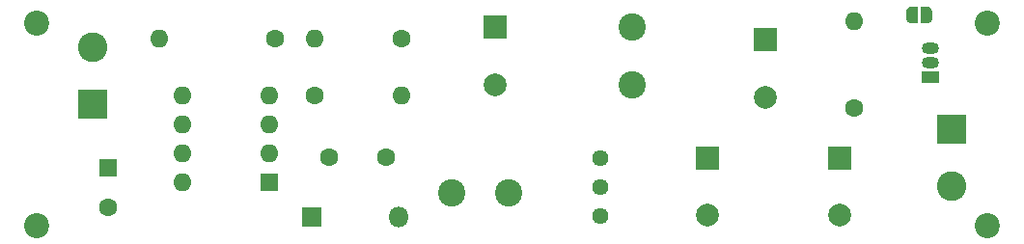
<source format=gts>
%TF.GenerationSoftware,KiCad,Pcbnew,(5.1.12)-1*%
%TF.CreationDate,2022-12-13T06:15:56+01:00*%
%TF.ProjectId,MC34063_invert,4d433334-3036-4335-9f69-6e766572742e,rev?*%
%TF.SameCoordinates,Original*%
%TF.FileFunction,Soldermask,Top*%
%TF.FilePolarity,Negative*%
%FSLAX46Y46*%
G04 Gerber Fmt 4.6, Leading zero omitted, Abs format (unit mm)*
G04 Created by KiCad (PCBNEW (5.1.12)-1) date 2022-12-13 06:15:56*
%MOMM*%
%LPD*%
G01*
G04 APERTURE LIST*
%ADD10C,1.600000*%
%ADD11O,1.800000X1.800000*%
%ADD12R,1.800000X1.800000*%
%ADD13C,2.600000*%
%ADD14R,2.600000X2.600000*%
%ADD15C,0.100000*%
%ADD16C,2.400000*%
%ADD17O,1.600000X1.600000*%
%ADD18C,1.440000*%
%ADD19R,1.600000X1.600000*%
%ADD20R,2.000000X2.000000*%
%ADD21C,2.000000*%
%ADD22C,2.200000*%
%ADD23R,1.500000X1.050000*%
%ADD24O,1.500000X1.050000*%
G04 APERTURE END LIST*
D10*
%TO.C,C2*%
X73200000Y-73400000D03*
X78200000Y-73400000D03*
%TD*%
D11*
%TO.C,D1*%
X79320000Y-78600000D03*
D12*
X71700000Y-78600000D03*
%TD*%
D13*
%TO.C,J1*%
X52500000Y-63700000D03*
D14*
X52500000Y-68700000D03*
%TD*%
%TO.C,J2*%
X127800000Y-70900000D03*
D13*
X127800000Y-75900000D03*
%TD*%
D15*
%TO.C,JP1*%
G36*
X124850000Y-61650000D02*
G01*
X124350000Y-61650000D01*
X124350000Y-61649398D01*
X124325466Y-61649398D01*
X124276635Y-61644588D01*
X124228510Y-61635016D01*
X124181555Y-61620772D01*
X124136222Y-61601995D01*
X124092949Y-61578864D01*
X124052150Y-61551604D01*
X124014221Y-61520476D01*
X123979524Y-61485779D01*
X123948396Y-61447850D01*
X123921136Y-61407051D01*
X123898005Y-61363778D01*
X123879228Y-61318445D01*
X123864984Y-61271490D01*
X123855412Y-61223365D01*
X123850602Y-61174534D01*
X123850602Y-61150000D01*
X123850000Y-61150000D01*
X123850000Y-60650000D01*
X123850602Y-60650000D01*
X123850602Y-60625466D01*
X123855412Y-60576635D01*
X123864984Y-60528510D01*
X123879228Y-60481555D01*
X123898005Y-60436222D01*
X123921136Y-60392949D01*
X123948396Y-60352150D01*
X123979524Y-60314221D01*
X124014221Y-60279524D01*
X124052150Y-60248396D01*
X124092949Y-60221136D01*
X124136222Y-60198005D01*
X124181555Y-60179228D01*
X124228510Y-60164984D01*
X124276635Y-60155412D01*
X124325466Y-60150602D01*
X124350000Y-60150602D01*
X124350000Y-60150000D01*
X124850000Y-60150000D01*
X124850000Y-61650000D01*
G37*
G36*
X125650000Y-60150602D02*
G01*
X125674534Y-60150602D01*
X125723365Y-60155412D01*
X125771490Y-60164984D01*
X125818445Y-60179228D01*
X125863778Y-60198005D01*
X125907051Y-60221136D01*
X125947850Y-60248396D01*
X125985779Y-60279524D01*
X126020476Y-60314221D01*
X126051604Y-60352150D01*
X126078864Y-60392949D01*
X126101995Y-60436222D01*
X126120772Y-60481555D01*
X126135016Y-60528510D01*
X126144588Y-60576635D01*
X126149398Y-60625466D01*
X126149398Y-60650000D01*
X126150000Y-60650000D01*
X126150000Y-61150000D01*
X126149398Y-61150000D01*
X126149398Y-61174534D01*
X126144588Y-61223365D01*
X126135016Y-61271490D01*
X126120772Y-61318445D01*
X126101995Y-61363778D01*
X126078864Y-61407051D01*
X126051604Y-61447850D01*
X126020476Y-61485779D01*
X125985779Y-61520476D01*
X125947850Y-61551604D01*
X125907051Y-61578864D01*
X125863778Y-61601995D01*
X125818445Y-61620772D01*
X125771490Y-61635016D01*
X125723365Y-61644588D01*
X125674534Y-61649398D01*
X125650000Y-61649398D01*
X125650000Y-61650000D01*
X125150000Y-61650000D01*
X125150000Y-60150000D01*
X125650000Y-60150000D01*
X125650000Y-60150602D01*
G37*
%TD*%
D16*
%TO.C,L1*%
X89000000Y-76500000D03*
X84000000Y-76500000D03*
%TD*%
%TO.C,L2*%
X99800000Y-67000000D03*
X99800000Y-62000000D03*
%TD*%
D10*
%TO.C,R1*%
X68500000Y-63000000D03*
D17*
X58340000Y-63000000D03*
%TD*%
D10*
%TO.C,R2*%
X79600000Y-63000000D03*
D17*
X71980000Y-63000000D03*
%TD*%
D10*
%TO.C,R4*%
X72000000Y-68000000D03*
D17*
X79620000Y-68000000D03*
%TD*%
%TO.C,R5*%
X119300000Y-61480000D03*
D10*
X119300000Y-69100000D03*
%TD*%
D18*
%TO.C,RV1*%
X97000000Y-78580000D03*
X97000000Y-76040000D03*
X97000000Y-73500000D03*
%TD*%
D19*
%TO.C,U1*%
X68000000Y-75600000D03*
D17*
X60380000Y-67980000D03*
X68000000Y-73060000D03*
X60380000Y-70520000D03*
X68000000Y-70520000D03*
X60380000Y-73060000D03*
X68000000Y-67980000D03*
X60380000Y-75600000D03*
%TD*%
D20*
%TO.C,C3*%
X87800000Y-62000000D03*
D21*
X87800000Y-67000000D03*
%TD*%
D20*
%TO.C,C4*%
X106400000Y-73500000D03*
D21*
X106400000Y-78500000D03*
%TD*%
%TO.C,C5*%
X111500000Y-68100000D03*
D20*
X111500000Y-63100000D03*
%TD*%
D21*
%TO.C,C6*%
X118000000Y-78500000D03*
D20*
X118000000Y-73500000D03*
%TD*%
D22*
%TO.C,H1*%
X47600000Y-79400000D03*
%TD*%
%TO.C,H2*%
X47600000Y-61600000D03*
%TD*%
%TO.C,H3*%
X131000000Y-61600000D03*
%TD*%
%TO.C,H4*%
X131000000Y-79400000D03*
%TD*%
D19*
%TO.C,C1*%
X53800000Y-74300000D03*
D10*
X53800000Y-77800000D03*
%TD*%
D23*
%TO.C,Q1*%
X126000000Y-66400000D03*
D24*
X126000000Y-63860000D03*
X126000000Y-65130000D03*
%TD*%
M02*

</source>
